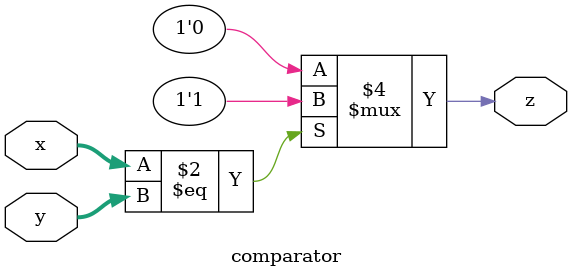
<source format=v>


// //     xnor(a0,x[0],y[1]);
// //     xnor(a1,x[1],y[1]);
// //     xnor(a2,x[2],y[2]);
// //     xnor(a3,x[3],y[3]);

// //     and (a0,a1,a2,a3);

// // // 2- Dataflow modeling
// //   assign z=&((x~^y));

// endmodule


// 3- behavioral modeling
module comparator (
    input wire [3:0] x,y,
    output reg z
);

always @(x or y) 
begin
    z=0;
    if(x==y) z=1;
end

endmodule
</source>
